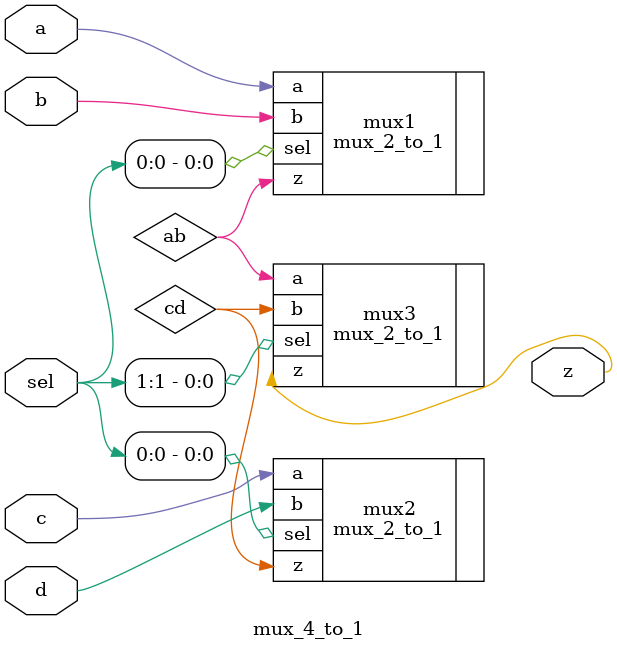
<source format=sv>
module mux_4_to_1 #(
    INPUT_BIT_LENGTH = 1 //number of bits being inputted into each mux input
) (
    input wire [(INPUT_BIT_LENGTH > 0) ? INPUT_BIT_LENGTH-1 : 0 : 0] a,
    input wire [(INPUT_BIT_LENGTH > 0) ? INPUT_BIT_LENGTH-1 : 0 : 0] b,
    input wire [(INPUT_BIT_LENGTH > 0) ? INPUT_BIT_LENGTH-1 : 0 : 0] c,
    input wire [(INPUT_BIT_LENGTH > 0) ? INPUT_BIT_LENGTH-1 : 0 : 0] d,

    input wire [1 : 0] sel,
    output wire [(INPUT_BIT_LENGTH > 0) ? INPUT_BIT_LENGTH-1 : 0 : 0] z
);

wire [(INPUT_BIT_LENGTH > 0) ? INPUT_BIT_LENGTH-1 : 0 : 0] ab;
wire [(INPUT_BIT_LENGTH > 0) ? INPUT_BIT_LENGTH-1 : 0 : 0] cd;

mux_2_to_1 #(
        .INPUT_BIT_LENGTH(INPUT_BIT_LENGTH)
    )
    mux1 (
        .a(a), 
        .b(b), 
        .sel(sel[0]),
        .z(ab)
    );

mux_2_to_1 #(
        .INPUT_BIT_LENGTH(INPUT_BIT_LENGTH)
    ) mux2 (
        .a(c), 
        .b(d), 
        .sel(sel[0]),
        .z(cd)
    );

mux_2_to_1 #(
        .INPUT_BIT_LENGTH(INPUT_BIT_LENGTH)
    )
    mux3 (
        .a(ab), 
        .b(cd), 
        .sel(sel[1]),
        .z(z)
    );

endmodule
</source>
